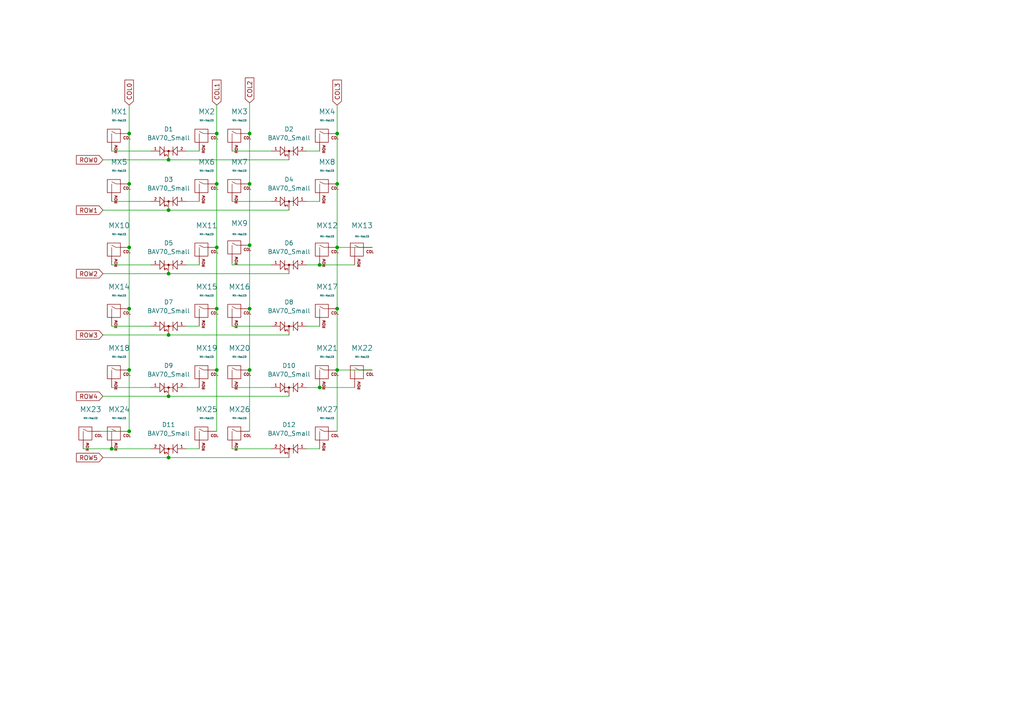
<source format=kicad_sch>
(kicad_sch (version 20210621) (generator eeschema)
  (paper "A4")
  (lib_symbols
    (symbol "MX_Alps_Hybrid:MX-NoLED" (pin_names (offset 1.016))
      (property "Reference" "MX" (at -0.635 3.81 0))
      (property "Value" "MX-NoLED" (at -0.635 1.27 0))
      (symbol "MX-NoLED_0_0"
        (rectangle (start -2.54 2.54) (end 1.27 -1.27))
        (polyline (pts (xy -1.27 -1.27) (xy -1.27 1.27)) (stroke (width 0.127)))
        (polyline (pts (xy 1.27 1.27) (xy 0 1.27) (xy -1.27 1.905)) (stroke (width 0.127)))
        (text "COL" (at 3.175 0 0) (effects (font (size 0.762 0.762))))
        (text "ROW" (at 0 -1.905 900) (effects (font (size 0.762 0.762)) (justify right)))
      )
      (symbol "MX-NoLED_1_1"
        (pin passive line (at 3.81 1.27 180) (length 2.54) (name "COL") (number "1"))
        (pin passive line (at -1.27 -3.81 90) (length 2.54) (name "ROW") (number "2"))
      )
    )
    (symbol "kicad-various:BAV70_Small" (pin_names (offset 0.762) hide)
      (property "Reference" "D" (at 0.635 -2.54 0))
      (property "Value" "BAV70_Small" (at 0 2.54 0))
      (symbol "BAV70_Small_0_1"
        (polyline (pts (xy -1.27 1.27) (xy -1.27 -1.27)))
        (polyline (pts (xy 1.27 0) (xy -1.27 0)))
        (polyline (pts (xy 1.27 1.27) (xy 1.27 -1.27)))
        (polyline (pts (xy -2.54 1.27) (xy -2.54 -1.27) (xy -1.27 0) (xy -2.54 1.27)))
        (polyline (pts (xy 2.54 1.27) (xy 2.54 -1.27) (xy 1.27 0) (xy 2.54 1.27)))
        (circle (center 0 0) (radius 0.254) (fill (type outline)))
      )
      (symbol "BAV70_Small_1_1"
        (pin input line (at -5.08 0 0) (length 2.54) (name "A1") (number "1"))
        (pin input line (at 5.08 0 180) (length 2.54) (name "A2") (number "2"))
        (pin passive line (at 0 -2.54 90) (length 2.54) (name "K") (number "3"))
      )
    )
  )
  (junction (at 92.71 112.395))
  (junction (at 37.465 107.315))
  (junction (at 37.465 71.755))
  (junction (at 48.895 132.715))
  (junction (at 48.895 60.96))
  (junction (at 32.385 130.175))
  (junction (at 62.865 38.735))
  (junction (at 37.465 38.735))
  (junction (at 48.895 46.355))
  (junction (at 72.39 89.535))
  (junction (at 97.79 71.755))
  (junction (at 62.865 89.535))
  (junction (at 72.39 53.34))
  (junction (at 97.79 53.34))
  (junction (at 62.865 53.34))
  (junction (at 48.895 79.375))
  (junction (at 97.79 38.735))
  (junction (at 97.79 107.315))
  (junction (at 37.465 53.34))
  (junction (at 37.465 89.535))
  (junction (at 92.71 76.835))
  (junction (at 62.865 71.755))
  (junction (at 72.39 107.315))
  (junction (at 97.79 89.535))
  (junction (at 72.39 38.735))
  (junction (at 48.895 97.155))
  (junction (at 48.895 114.935))
  (junction (at 72.39 71.12))
  (junction (at 62.865 107.315))
  (junction (at 37.465 125.095))
  (wire (pts (xy 97.79 71.755) (xy 107.95 71.755)))
  (wire (pts (xy 29.845 132.715) (xy 48.895 132.715)))
  (wire (pts (xy 48.895 132.715) (xy 83.82 132.715)))
  (wire (pts (xy 29.845 114.935) (xy 48.895 114.935)))
  (wire (pts (xy 48.895 114.935) (xy 83.82 114.935)))
  (wire (pts (xy 72.39 53.34) (xy 72.39 71.12)))
  (wire (pts (xy 72.39 71.12) (xy 72.39 89.535)))
  (wire (pts (xy 72.39 89.535) (xy 72.39 107.315)))
  (wire (pts (xy 72.39 107.315) (xy 72.39 125.095)))
  (wire (pts (xy 72.39 29.845) (xy 72.39 38.735)))
  (wire (pts (xy 72.39 38.735) (xy 72.39 53.34)))
  (wire (pts (xy 29.845 97.155) (xy 48.895 97.155)))
  (wire (pts (xy 48.895 97.155) (xy 83.82 97.155)))
  (wire (pts (xy 48.895 60.96) (xy 83.82 60.96)))
  (wire (pts (xy 29.845 60.96) (xy 48.895 60.96)))
  (wire (pts (xy 97.79 38.735) (xy 97.79 53.34)))
  (wire (pts (xy 97.79 30.48) (xy 97.79 38.735)))
  (wire (pts (xy 97.79 71.755) (xy 97.79 89.535)))
  (wire (pts (xy 97.79 89.535) (xy 97.79 107.315)))
  (wire (pts (xy 97.79 107.315) (xy 97.79 125.095)))
  (wire (pts (xy 88.9 43.815) (xy 92.71 43.815)))
  (wire (pts (xy 88.9 76.835) (xy 92.71 76.835)))
  (wire (pts (xy 32.385 130.175) (xy 24.13 130.175)))
  (wire (pts (xy 32.385 112.395) (xy 43.815 112.395)))
  (wire (pts (xy 32.385 94.615) (xy 43.815 94.615)))
  (wire (pts (xy 53.975 112.395) (xy 57.785 112.395)))
  (wire (pts (xy 88.9 130.175) (xy 92.71 130.175)))
  (wire (pts (xy 88.9 94.615) (xy 92.71 94.615)))
  (wire (pts (xy 67.31 94.615) (xy 78.74 94.615)))
  (wire (pts (xy 67.31 76.835) (xy 67.31 76.2)))
  (wire (pts (xy 67.31 112.395) (xy 78.74 112.395)))
  (wire (pts (xy 67.31 58.42) (xy 78.74 58.42)))
  (wire (pts (xy 53.975 76.835) (xy 57.785 76.835)))
  (wire (pts (xy 48.895 46.355) (xy 83.82 46.355)))
  (wire (pts (xy 29.845 46.355) (xy 48.895 46.355)))
  (wire (pts (xy 92.71 112.395) (xy 102.87 112.395)))
  (wire (pts (xy 32.385 43.815) (xy 43.815 43.815)))
  (wire (pts (xy 32.385 130.175) (xy 43.815 130.175)))
  (wire (pts (xy 53.975 94.615) (xy 57.785 94.615)))
  (wire (pts (xy 53.975 130.175) (xy 57.785 130.175)))
  (wire (pts (xy 67.31 43.815) (xy 78.74 43.815)))
  (wire (pts (xy 62.865 53.34) (xy 62.865 71.755)))
  (wire (pts (xy 62.865 89.535) (xy 62.865 107.315)))
  (wire (pts (xy 62.865 107.315) (xy 62.865 125.095)))
  (wire (pts (xy 62.865 38.735) (xy 62.865 53.34)))
  (wire (pts (xy 97.79 107.315) (xy 107.95 107.315)))
  (wire (pts (xy 53.975 58.42) (xy 57.785 58.42)))
  (wire (pts (xy 88.9 58.42) (xy 92.71 58.42)))
  (wire (pts (xy 32.385 76.835) (xy 43.815 76.835)))
  (wire (pts (xy 62.865 30.48) (xy 62.865 38.735)))
  (wire (pts (xy 32.385 58.42) (xy 43.815 58.42)))
  (wire (pts (xy 67.31 130.175) (xy 78.74 130.175)))
  (wire (pts (xy 92.71 76.835) (xy 102.87 76.835)))
  (wire (pts (xy 67.31 76.835) (xy 78.74 76.835)))
  (wire (pts (xy 53.975 43.815) (xy 57.785 43.815)))
  (wire (pts (xy 37.465 107.315) (xy 37.465 125.095)))
  (wire (pts (xy 37.465 125.095) (xy 29.21 125.095)))
  (wire (pts (xy 37.465 89.535) (xy 37.465 107.315)))
  (wire (pts (xy 37.465 38.735) (xy 37.465 53.34)))
  (wire (pts (xy 37.465 53.34) (xy 37.465 71.755)))
  (wire (pts (xy 37.465 30.48) (xy 37.465 38.735)))
  (wire (pts (xy 37.465 71.755) (xy 37.465 89.535)))
  (wire (pts (xy 62.865 71.755) (xy 62.865 89.535)))
  (wire (pts (xy 48.895 79.375) (xy 83.82 79.375)))
  (wire (pts (xy 29.845 79.375) (xy 48.895 79.375)))
  (wire (pts (xy 88.9 112.395) (xy 92.71 112.395)))
  (wire (pts (xy 97.79 53.34) (xy 97.79 71.755)))
  (global_label "ROW3" (shape input) (at 29.845 97.155 180) (property "Intersheet References" "${INTERSHEET_REFS}" (effects hide)))
  (global_label "ROW1" (shape input) (at 29.845 60.96 180) (property "Intersheet References" "${INTERSHEET_REFS}" (effects hide)))
  (global_label "COL2" (shape input) (at 72.39 29.845 90) (property "Intersheet References" "${INTERSHEET_REFS}" (effects hide)))
  (global_label "ROW2" (shape input) (at 29.845 79.375 180) (property "Intersheet References" "${INTERSHEET_REFS}" (effects hide)))
  (global_label "COL1" (shape input) (at 62.865 30.48 90) (property "Intersheet References" "${INTERSHEET_REFS}" (effects hide)))
  (global_label "ROW4" (shape input) (at 29.845 114.935 180) (property "Intersheet References" "${INTERSHEET_REFS}" (effects hide)))
  (global_label "ROW0" (shape input) (at 29.845 46.355 180) (property "Intersheet References" "${INTERSHEET_REFS}" (effects hide)))
  (global_label "COL0" (shape input) (at 37.465 30.48 90) (property "Intersheet References" "${INTERSHEET_REFS}" (effects hide)))
  (global_label "ROW5" (shape input) (at 29.845 132.715 180) (property "Intersheet References" "${INTERSHEET_REFS}" (effects hide)))
  (global_label "COL3" (shape input) (at 97.79 30.48 90) (property "Intersheet References" "${INTERSHEET_REFS}" (effects hide)))
  (symbol (lib_id "MX_Alps_Hybrid:MX-NoLED") (at 93.98 73.025 0) (unit 1)
    (property "Reference" "MX12" (at 94.8655 65.405 0) (effects (font (size 1.524 1.524))))
    (property "Value" "MX-NoLED" (at 94.8655 68.58 0) (effects (font (size 0.508 0.508))))
    (property "Footprint" "MX_Only:MXOnly-1U-NoLED" (effects hide))
  )
  (symbol (lib_id "MX_Alps_Hybrid:MX-NoLED") (at 93.98 40.005 0) (unit 1)
    (property "Reference" "MX4" (at 94.8655 32.385 0) (effects (font (size 1.524 1.524))))
    (property "Value" "MX-NoLED" (at 94.8655 34.925 0) (effects (font (size 0.508 0.508))))
    (property "Footprint" "MX_Only:MXOnly-1U-NoLED" (effects hide))
  )
  (symbol (lib_id "MX_Alps_Hybrid:MX-NoLED") (at 59.055 54.61 0) (unit 1)
    (property "Reference" "MX6" (at 59.9405 46.99 0) (effects (font (size 1.524 1.524))))
    (property "Value" "MX-NoLED" (at 59.9405 49.53 0) (effects (font (size 0.508 0.508))))
    (property "Footprint" "MX_Only:MXOnly-1U-NoLED" (effects hide))
  )
  (symbol (lib_id "MX_Alps_Hybrid:MX-NoLED") (at 68.58 72.39 0) (unit 1)
    (property "Reference" "MX9" (at 69.4655 64.77 0) (effects (font (size 1.524 1.524))))
    (property "Value" "MX-NoLED" (at 69.4655 67.945 0) (effects (font (size 0.508 0.508))))
    (property "Footprint" "MX_Only:MXOnly-1U-NoLED" (effects hide))
  )
  (symbol (lib_id "MX_Alps_Hybrid:MX-NoLED") (at 68.58 108.585 0) (unit 1)
    (property "Reference" "MX20" (at 69.4655 100.965 0) (effects (font (size 1.524 1.524))))
    (property "Value" "MX-NoLED" (at 69.4655 103.505 0) (effects (font (size 0.508 0.508))))
    (property "Footprint" "MX_Only:MXOnly-1U-NoLED" (effects hide))
  )
  (symbol (lib_id "kicad-various:BAV70_Small") (at 48.895 76.835 0) (unit 1)
    (property "Reference" "D5" (at 48.895 70.485 0))
    (property "Value" "BAV70_Small" (at 48.895 73.025 0))
    (property "Footprint" "Package_TO_SOT_SMD:SOT-23" (effects hide))
    (property "Datasheet" "https://assets.nexperia.com/documents/data-sheet/BAV70_SER.pdf" (effects hide))
    (property "LCSC" "C68978" (effects hide))
  )
  (symbol (lib_id "MX_Alps_Hybrid:MX-NoLED") (at 33.655 90.805 0) (unit 1)
    (property "Reference" "MX14" (at 34.5405 83.185 0) (effects (font (size 1.524 1.524))))
    (property "Value" "MX-NoLED" (at 34.5405 85.725 0) (effects (font (size 0.508 0.508))))
    (property "Footprint" "MX_Only:MXOnly-1U-NoLED" (effects hide))
  )
  (symbol (lib_id "kicad-various:BAV70_Small") (at 83.82 94.615 0) (mirror y) (unit 1)
    (property "Reference" "D8" (at 83.82 87.63 0))
    (property "Value" "BAV70_Small" (at 83.82 90.17 0))
    (property "Footprint" "Package_TO_SOT_SMD:SOT-23" (effects hide))
    (property "Datasheet" "https://assets.nexperia.com/documents/data-sheet/BAV70_SER.pdf" (effects hide))
    (property "LCSC" "C68978" (effects hide))
  )
  (symbol (lib_id "MX_Alps_Hybrid:MX-NoLED") (at 59.055 126.365 0) (unit 1)
    (property "Reference" "MX25" (at 59.9405 118.745 0) (effects (font (size 1.524 1.524))))
    (property "Value" "MX-NoLED" (at 59.9405 121.285 0) (effects (font (size 0.508 0.508))))
    (property "Footprint" "MX_Only:MXOnly-1U-NoLED" (effects hide))
  )
  (symbol (lib_id "MX_Alps_Hybrid:MX-NoLED") (at 33.655 126.365 0) (unit 1)
    (property "Reference" "MX24" (at 34.5405 118.745 0) (effects (font (size 1.524 1.524))))
    (property "Value" "MX-NoLED" (at 34.5405 121.285 0) (effects (font (size 0.508 0.508))))
    (property "Footprint" "MX_Only:MXOnly-1U-NoLED" (effects hide))
  )
  (symbol (lib_id "MX_Alps_Hybrid:MX-NoLED") (at 25.4 126.365 0) (unit 1)
    (property "Reference" "MX23" (at 26.2855 118.745 0) (effects (font (size 1.524 1.524))))
    (property "Value" "MX-NoLED" (at 26.2855 121.285 0) (effects (font (size 0.508 0.508))))
    (property "Footprint" "MX_Only:MXOnly-2U-ReversedStabilizers-NoLED" (effects hide))
  )
  (symbol (lib_id "MX_Alps_Hybrid:MX-NoLED") (at 33.655 40.005 0) (unit 1)
    (property "Reference" "MX1" (at 34.5405 32.385 0) (effects (font (size 1.524 1.524))))
    (property "Value" "MX-NoLED" (at 34.5405 34.925 0) (effects (font (size 0.508 0.508))))
    (property "Footprint" "MX_Only:MXOnly-1U-NoLED" (effects hide))
  )
  (symbol (lib_id "kicad-various:BAV70_Small") (at 83.82 43.815 0) (unit 1)
    (property "Reference" "D2" (at 83.82 37.465 0))
    (property "Value" "BAV70_Small" (at 83.82 40.005 0))
    (property "Footprint" "Package_TO_SOT_SMD:SOT-23" (effects hide))
    (property "Datasheet" "https://assets.nexperia.com/documents/data-sheet/BAV70_SER.pdf" (effects hide))
    (property "LCSC" "C68978" (effects hide))
  )
  (symbol (lib_id "kicad-various:BAV70_Small") (at 83.82 112.395 0) (unit 1)
    (property "Reference" "D10" (at 83.82 106.045 0))
    (property "Value" "BAV70_Small" (at 83.82 108.585 0))
    (property "Footprint" "Package_TO_SOT_SMD:SOT-23" (effects hide))
    (property "Datasheet" "https://assets.nexperia.com/documents/data-sheet/BAV70_SER.pdf" (effects hide))
    (property "LCSC" "C68978" (effects hide))
  )
  (symbol (lib_id "kicad-various:BAV70_Small") (at 83.82 76.835 0) (unit 1)
    (property "Reference" "D6" (at 83.82 70.485 0))
    (property "Value" "BAV70_Small" (at 83.82 73.025 0))
    (property "Footprint" "Package_TO_SOT_SMD:SOT-23" (effects hide))
    (property "Datasheet" "https://assets.nexperia.com/documents/data-sheet/BAV70_SER.pdf" (effects hide))
    (property "LCSC" "C68978" (effects hide))
  )
  (symbol (lib_id "MX_Alps_Hybrid:MX-NoLED") (at 68.58 126.365 0) (unit 1)
    (property "Reference" "MX26" (at 69.4655 118.745 0) (effects (font (size 1.524 1.524))))
    (property "Value" "MX-NoLED" (at 69.4655 121.285 0) (effects (font (size 0.508 0.508))))
    (property "Footprint" "MX_Only:MXOnly-1U-NoLED" (effects hide))
  )
  (symbol (lib_id "kicad-various:BAV70_Small") (at 48.895 112.395 0) (unit 1)
    (property "Reference" "D9" (at 48.895 106.045 0))
    (property "Value" "BAV70_Small" (at 48.895 108.585 0))
    (property "Footprint" "Package_TO_SOT_SMD:SOT-23" (effects hide))
    (property "Datasheet" "https://assets.nexperia.com/documents/data-sheet/BAV70_SER.pdf" (effects hide))
    (property "LCSC" "C68978" (effects hide))
  )
  (symbol (lib_id "MX_Alps_Hybrid:MX-NoLED") (at 68.58 90.805 0) (unit 1)
    (property "Reference" "MX16" (at 69.4655 83.185 0) (effects (font (size 1.524 1.524))))
    (property "Value" "MX-NoLED" (at 69.4655 85.725 0) (effects (font (size 0.508 0.508))))
    (property "Footprint" "MX_Only:MXOnly-1U-NoLED" (effects hide))
  )
  (symbol (lib_id "MX_Alps_Hybrid:MX-NoLED") (at 93.98 126.365 0) (unit 1)
    (property "Reference" "MX27" (at 94.8655 118.745 0) (effects (font (size 1.524 1.524))))
    (property "Value" "MX-NoLED" (at 94.8655 121.285 0) (effects (font (size 0.508 0.508))))
    (property "Footprint" "MX_Only:MXOnly-1U-NoLED" (effects hide))
  )
  (symbol (lib_id "MX_Alps_Hybrid:MX-NoLED") (at 93.98 90.805 0) (unit 1)
    (property "Reference" "MX17" (at 94.8655 83.185 0) (effects (font (size 1.524 1.524))))
    (property "Value" "MX-NoLED" (at 94.8655 85.725 0) (effects (font (size 0.508 0.508))))
    (property "Footprint" "MX_Only:MXOnly-1U-NoLED" (effects hide))
  )
  (symbol (lib_id "MX_Alps_Hybrid:MX-NoLED") (at 104.14 108.585 0) (unit 1)
    (property "Reference" "MX22" (at 105.0255 100.965 0) (effects (font (size 1.524 1.524))))
    (property "Value" "MX-NoLED" (at 105.0255 103.505 0) (effects (font (size 0.508 0.508))))
    (property "Footprint" "MX_Only:MXOnly-2U-VerticalStabilizers-NoLED" (effects hide))
  )
  (symbol (lib_id "kicad-various:BAV70_Small") (at 48.895 43.815 0) (unit 1)
    (property "Reference" "D1" (at 48.895 37.465 0))
    (property "Value" "BAV70_Small" (at 48.895 40.005 0))
    (property "Footprint" "Package_TO_SOT_SMD:SOT-23" (effects hide))
    (property "Datasheet" "https://assets.nexperia.com/documents/data-sheet/BAV70_SER.pdf" (effects hide))
    (property "LCSC" "C68978" (effects hide))
  )
  (symbol (lib_id "MX_Alps_Hybrid:MX-NoLED") (at 59.055 90.805 0) (unit 1)
    (property "Reference" "MX15" (at 59.9405 83.185 0) (effects (font (size 1.524 1.524))))
    (property "Value" "MX-NoLED" (at 59.9405 85.725 0) (effects (font (size 0.508 0.508))))
    (property "Footprint" "MX_Only:MXOnly-1U-NoLED" (effects hide))
  )
  (symbol (lib_id "MX_Alps_Hybrid:MX-NoLED") (at 93.98 54.61 0) (unit 1)
    (property "Reference" "MX8" (at 94.8655 46.99 0) (effects (font (size 1.524 1.524))))
    (property "Value" "MX-NoLED" (at 94.8655 49.53 0) (effects (font (size 0.508 0.508))))
    (property "Footprint" "MX_Only:MXOnly-1U-NoLED" (effects hide))
  )
  (symbol (lib_id "MX_Alps_Hybrid:MX-NoLED") (at 104.14 73.025 0) (unit 1)
    (property "Reference" "MX13" (at 105.0255 65.405 0) (effects (font (size 1.524 1.524))))
    (property "Value" "MX-NoLED" (at 105.0255 68.58 0) (effects (font (size 0.508 0.508))))
    (property "Footprint" "MX_Only:MXOnly-2U-VerticalStabilizers-NoLED" (effects hide))
  )
  (symbol (lib_id "MX_Alps_Hybrid:MX-NoLED") (at 33.655 54.61 0) (unit 1)
    (property "Reference" "MX5" (at 34.5405 46.99 0) (effects (font (size 1.524 1.524))))
    (property "Value" "MX-NoLED" (at 34.5405 49.53 0) (effects (font (size 0.508 0.508))))
    (property "Footprint" "MX_Only:MXOnly-1U-NoLED" (effects hide))
  )
  (symbol (lib_id "kicad-various:BAV70_Small") (at 48.895 94.615 0) (mirror y) (unit 1)
    (property "Reference" "D7" (at 48.895 87.63 0))
    (property "Value" "BAV70_Small" (at 48.895 90.17 0))
    (property "Footprint" "Package_TO_SOT_SMD:SOT-23" (effects hide))
    (property "Datasheet" "https://assets.nexperia.com/documents/data-sheet/BAV70_SER.pdf" (effects hide))
    (property "LCSC" "C68978" (effects hide))
  )
  (symbol (lib_id "MX_Alps_Hybrid:MX-NoLED") (at 33.655 108.585 0) (unit 1)
    (property "Reference" "MX18" (at 34.5405 100.965 0) (effects (font (size 1.524 1.524))))
    (property "Value" "MX-NoLED" (at 34.5405 103.505 0) (effects (font (size 0.508 0.508))))
    (property "Footprint" "MX_Only:MXOnly-1U-NoLED" (effects hide))
  )
  (symbol (lib_id "kicad-various:BAV70_Small") (at 48.895 58.42 0) (mirror y) (unit 1)
    (property "Reference" "D3" (at 48.895 52.07 0))
    (property "Value" "BAV70_Small" (at 48.895 54.61 0))
    (property "Footprint" "Package_TO_SOT_SMD:SOT-23" (effects hide))
    (property "Datasheet" "https://assets.nexperia.com/documents/data-sheet/BAV70_SER.pdf" (effects hide))
    (property "LCSC" "C68978" (effects hide))
  )
  (symbol (lib_id "kicad-various:BAV70_Small") (at 48.895 130.175 0) (mirror y) (unit 1)
    (property "Reference" "D11" (at 48.895 123.19 0))
    (property "Value" "BAV70_Small" (at 48.895 125.73 0))
    (property "Footprint" "Package_TO_SOT_SMD:SOT-23" (effects hide))
    (property "Datasheet" "https://assets.nexperia.com/documents/data-sheet/BAV70_SER.pdf" (effects hide))
    (property "LCSC" "C68978" (effects hide))
  )
  (symbol (lib_id "kicad-various:BAV70_Small") (at 83.82 130.175 0) (mirror y) (unit 1)
    (property "Reference" "D12" (at 83.82 123.19 0))
    (property "Value" "BAV70_Small" (at 83.82 125.73 0))
    (property "Footprint" "Package_TO_SOT_SMD:SOT-23" (effects hide))
    (property "Datasheet" "https://assets.nexperia.com/documents/data-sheet/BAV70_SER.pdf" (effects hide))
    (property "LCSC" "C68978" (effects hide))
  )
  (symbol (lib_id "MX_Alps_Hybrid:MX-NoLED") (at 68.58 54.61 0) (unit 1)
    (property "Reference" "MX7" (at 69.4655 46.99 0) (effects (font (size 1.524 1.524))))
    (property "Value" "MX-NoLED" (at 69.4655 49.53 0) (effects (font (size 0.508 0.508))))
    (property "Footprint" "MX_Only:MXOnly-1U-NoLED" (effects hide))
  )
  (symbol (lib_id "MX_Alps_Hybrid:MX-NoLED") (at 59.055 108.585 0) (unit 1)
    (property "Reference" "MX19" (at 59.9405 100.965 0) (effects (font (size 1.524 1.524))))
    (property "Value" "MX-NoLED" (at 59.9405 103.505 0) (effects (font (size 0.508 0.508))))
    (property "Footprint" "MX_Only:MXOnly-1U-NoLED" (effects hide))
  )
  (symbol (lib_id "MX_Alps_Hybrid:MX-NoLED") (at 68.58 40.005 0) (unit 1)
    (property "Reference" "MX3" (at 69.4655 32.385 0) (effects (font (size 1.524 1.524))))
    (property "Value" "MX-NoLED" (at 69.4655 34.925 0) (effects (font (size 0.508 0.508))))
    (property "Footprint" "MX_Only:MXOnly-1U-NoLED" (effects hide))
  )
  (symbol (lib_id "MX_Alps_Hybrid:MX-NoLED") (at 33.655 73.025 0) (unit 1)
    (property "Reference" "MX10" (at 34.5405 65.405 0) (effects (font (size 1.524 1.524))))
    (property "Value" "MX-NoLED" (at 34.5405 67.945 0) (effects (font (size 0.508 0.508))))
    (property "Footprint" "MX_Only:MXOnly-1U-NoLED" (effects hide))
  )
  (symbol (lib_id "kicad-various:BAV70_Small") (at 83.82 58.42 0) (mirror y) (unit 1)
    (property "Reference" "D4" (at 83.82 52.07 0))
    (property "Value" "BAV70_Small" (at 83.82 54.61 0))
    (property "Footprint" "Package_TO_SOT_SMD:SOT-23" (effects hide))
    (property "Datasheet" "https://assets.nexperia.com/documents/data-sheet/BAV70_SER.pdf" (effects hide))
    (property "LCSC" "C68978" (effects hide))
  )
  (symbol (lib_id "MX_Alps_Hybrid:MX-NoLED") (at 93.98 108.585 0) (unit 1)
    (property "Reference" "MX21" (at 94.8655 100.965 0) (effects (font (size 1.524 1.524))))
    (property "Value" "MX-NoLED" (at 94.8655 103.505 0) (effects (font (size 0.508 0.508))))
    (property "Footprint" "MX_Only:MXOnly-1U-NoLED" (effects hide))
  )
  (symbol (lib_id "MX_Alps_Hybrid:MX-NoLED") (at 59.055 73.025 0) (unit 1)
    (property "Reference" "MX11" (at 59.9405 65.405 0) (effects (font (size 1.524 1.524))))
    (property "Value" "MX-NoLED" (at 59.9405 67.945 0) (effects (font (size 0.508 0.508))))
    (property "Footprint" "MX_Only:MXOnly-1U-NoLED" (effects hide))
  )
  (symbol (lib_id "MX_Alps_Hybrid:MX-NoLED") (at 59.055 40.005 0) (unit 1)
    (property "Reference" "MX2" (at 59.9405 32.385 0) (effects (font (size 1.524 1.524))))
    (property "Value" "MX-NoLED" (at 59.9405 34.925 0) (effects (font (size 0.508 0.508))))
    (property "Footprint" "MX_Only:MXOnly-1U-NoLED" (effects hide))
  )
)
</source>
